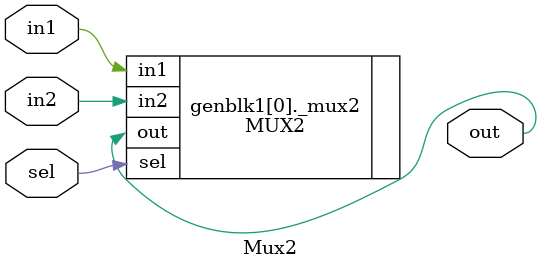
<source format=sv>
/* 2:1 Multiplexer.
 * Author: Igor Lesik 2020-2023
 *
 */
module Mux2  #(
    parameter WIDTH = 1
)(
    input  wire [WIDTH-1:0] in1,
    input  wire [WIDTH-1:0] in2,
    input  wire             sel,
    output wire [WIDTH-1:0] out
);

    genvar i;
    generate
    for (i = 0; i < WIDTH; i = i + 1) begin
        MUX2 _mux2(.in1(in1[i]), .in2(in2[i]), .sel(sel), .out(out[i]));
    end
    endgenerate

endmodule

</source>
